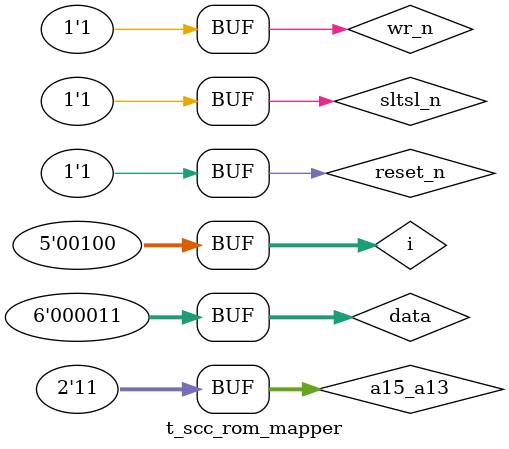
<source format=v>
module msxusb (in_a7_a0,in_a15_a13,data,iorq_n,rd_n,wr_n,sltsl_n,reset_n,cs_ch376s_n,busdir,out_a13_a18);
	input [7:0] in_a7_a0;
	input [1:0] in_a15_a13;
	input [5:0] data;
	input iorq_n,rd_n,wr_n,sltsl_n,reset_n;
	
	output cs_ch376s_n;
	output busdir;
	output [5:0] out_a13_a18;
	
	ch376 CH376 (in_a7_a0,iorq_n,rd_n,cs_ch376s_n,busdir);
	scc_rom_mapper ROM_MAPPER (wr_n,sltsl_n,reset_n,in_a15_a13,data,out_a13_a18);
endmodule

module ch376 (io_address,iorq_n,rd_n,cs_ch376s_n,busdir);
	input [7:0] io_address;
	input iorq_n,rd_n;
	output cs_ch376s_n;
	output busdir;

	assign cs_ch376s_n = !((io_address == 8'h10) && iorq_n==0);
	assign busdir = cs_ch376s_n || rd_n;
endmodule

// Testbench Code Goes here
module t_ch376;
	reg [7:0] address;
	reg iorq_n, rd_n;
	reg [2:0] i;
	wire busdir, cs;
	
	ch376 TST (address,iorq_n,rd_n,cs,busdir);
	
	initial
	begin
		address = 17;
		iorq_n = 0;
		rd_n = 0;
		$monitor(address,iorq_n,rd_n,busdir,cs);
		for (i = 0; i < 4; i = i + 1) begin
			{iorq_n,rd_n} = i;
			#10;
		end
		address = 16;
		for (i = 0; i < 4; i = i + 1) begin
			{iorq_n,rd_n} = i;
			#10;
		end
	end
endmodule
/*
Page (8kB)									Switching address					Initial segment
4000h~5FFFh (mirror: C000h~DFFFh)	5000h (mirrors: 5001h~57FFh)	0
6000h~7FFFh (mirror: E000h~FFFFh)	7000h (mirrors: 7001h~77FFh)	1
8000h~9FFFh (mirror: 0000h~1FFFh)	9000h (mirrors: 9001h~97FFh)	2
A000h~BFFFh (mirror: 2000h~3FFFh)	B000h (mirrors: B001h~B7FFh)	3
*/
module scc_rom_mapper (wr_n,sltsl_n,reset_n,a15_a13,data,address_upper);
	input [1:0] a15_a13;
	input wr_n,sltsl_n,reset_n;
	input [5:0] data;
	
	output reg [5:0] address_upper = 0;
	
	// 4-byte storage
	reg [5:0] mem0 = 6'b000000;
	reg [5:0] mem1 = 6'b000001;
	reg [5:0] mem2 = 6'b000010;
	reg [5:0] mem3 = 6'b000011;
	
	always @ (sltsl_n or wr_n or a15_a13 or reset_n) begin
		// back to defaults when reset
		if (!reset_n) begin
			 mem0 <= 6'b000000;
			 mem1 <= 6'b000001;
			 mem2 <= 6'b000010;
			 mem3 <= 6'b000011;
		end
		// write new value
		if (!sltsl_n) begin
		  if (!wr_n) begin
			  if (a15_a13 == 2'b00) begin
				  mem0 <= data;
			  end
			  if (a15_a13 == 2'b01) begin
				  mem1 <= data;
			  end
			  if (a15_a13 == 2'b10) begin
				  mem2 <= data;
			  end
			  if (a15_a13 == 2'b11) begin
				  mem3 <= data;
			  end
			end else begin
			  if (a15_a13 == 2'b00) begin
			    address_upper <= mem0;
		     end
		     if (a15_a13 == 2'b01) begin
			    address_upper <= mem1;
		     end
		     if (a15_a13 == 2'b10) begin
			    address_upper <= mem2;
		     end
		     if (a15_a13 == 2'b11) begin
			    address_upper <= mem3;
		     end
			end
		end
	end
endmodule

module t_scc_rom_mapper;
	wire [5:0] address_upper;
	reg wr_n,sltsl_n,reset_n;
	reg [5:0] data;
	reg [1:0] a15_a13;
	reg [4:0] i;
	
	scc_rom_mapper TST (wr_n,sltsl_n,reset_n,a15_a13,data,address_upper);
	
	initial
	begin
	  $monitor(wr_n,sltsl_n,reset_n,a15_a13,data,address_upper);
		wr_n = 1;
		sltsl_n = 1;
		reset_n = 1;
		#5;
		// check init state
		wr_n = 1; // RD
		sltsl_n = 0; // this slot selected
		for (i = 0; i < 4; i = i + 1) begin
			a15_a13 = i;
			#5;
		end
		// write data
		wr_n = 0;
		sltsl_n = 0; // this slot selected
		for (i = 0; i < 4; i = i + 1) begin
			a15_a13 = i;
			data = i*4;
			#5;
		end
		// read back memory
		wr_n = 1; // RD
		sltsl_n = 0; // this slot selected
		for (i = 0; i < 4; i = i + 1) begin
			a15_a13 = i;
			#5;
		end
		reset_n = 0;
		#5;
		reset_n = 1;
		#5;
		// read back memory
		wr_n = 1; // RD
		sltsl_n = 0; // this slot selected
		for (i = 0; i < 4; i = i + 1) begin
			a15_a13 = i;
			#5;
		end
		// when this slot is not selected
		// write data
		wr_n = 0;
		sltsl_n = 1; // this slot NOT selected
		for (i = 0; i < 4; i = i + 1) begin
			a15_a13 = i;
			data = i;
			#5;
		end
		// read back memory
		wr_n = 1; // RD
		sltsl_n = 1; // this slot NOT selected
		for (i = 0; i < 4; i = i + 1) begin
			a15_a13 = i;
			#5;
		end
	end
endmodule

</source>
